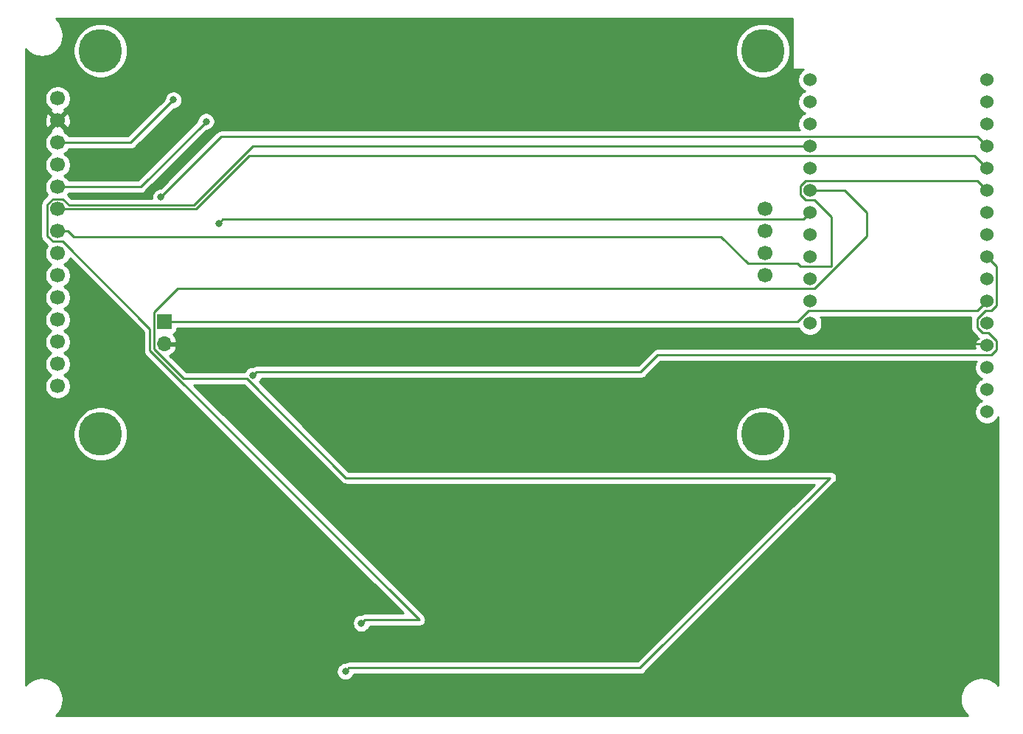
<source format=gbr>
G04 #@! TF.GenerationSoftware,KiCad,Pcbnew,(5.1.0)-1*
G04 #@! TF.CreationDate,2019-05-06T19:17:54+02:00*
G04 #@! TF.ProjectId,NesEMU,4e657345-4d55-42e6-9b69-6361645f7063,rev?*
G04 #@! TF.SameCoordinates,Original*
G04 #@! TF.FileFunction,Copper,L2,Bot*
G04 #@! TF.FilePolarity,Positive*
%FSLAX46Y46*%
G04 Gerber Fmt 4.6, Leading zero omitted, Abs format (unit mm)*
G04 Created by KiCad (PCBNEW (5.1.0)-1) date 2019-05-06 19:17:54*
%MOMM*%
%LPD*%
G04 APERTURE LIST*
%ADD10O,1.700000X1.700000*%
%ADD11R,1.700000X1.700000*%
%ADD12C,1.524000*%
%ADD13C,1.700000*%
%ADD14C,5.000000*%
%ADD15C,0.800000*%
%ADD16C,0.250000*%
%ADD17C,0.254000*%
G04 APERTURE END LIST*
D10*
X91516200Y-97663000D03*
D11*
X91516200Y-95123000D03*
D12*
X186031001Y-105459601D03*
X186031001Y-102919601D03*
X186031001Y-100379601D03*
X186031001Y-97839601D03*
X186031001Y-95299601D03*
X186031001Y-92759601D03*
X186031001Y-90219601D03*
X186031001Y-87679601D03*
X186031001Y-85139601D03*
X186031001Y-82599601D03*
X186031001Y-80059601D03*
X186031001Y-77519601D03*
X186031001Y-74979601D03*
X186031001Y-72439601D03*
X186031001Y-69899601D03*
X186031001Y-67359601D03*
X165711001Y-67359601D03*
X165711001Y-69899601D03*
X165711001Y-72439601D03*
X165711001Y-74979601D03*
X165711001Y-77519601D03*
X165711001Y-80059601D03*
X165711001Y-82599601D03*
X165711001Y-85139601D03*
X165711001Y-87679601D03*
X165711001Y-90219601D03*
X165711001Y-92759601D03*
X165711001Y-95299601D03*
D13*
X160571001Y-89819601D03*
X160571001Y-87279601D03*
X160571001Y-82199601D03*
X160571001Y-84739601D03*
X79291001Y-102519601D03*
X79291001Y-99979601D03*
X79291001Y-97439601D03*
X79291001Y-94899601D03*
X79291001Y-92359601D03*
X79291001Y-89819601D03*
X79291001Y-87279601D03*
X79291001Y-84739601D03*
X79291001Y-82199601D03*
X79291001Y-79659601D03*
X79291001Y-77119601D03*
X79291001Y-74579601D03*
X79291001Y-72039601D03*
X79291001Y-69499601D03*
D14*
X84211001Y-64009601D03*
X84211001Y-108009601D03*
X160291001Y-108009601D03*
X160291001Y-64009601D03*
D15*
X112331500Y-135255000D03*
X101727000Y-101282500D03*
X114173000Y-129730500D03*
X91122500Y-80835500D03*
X96329500Y-72136000D03*
X92583000Y-69659500D03*
X97790000Y-83820000D03*
D16*
X185854400Y-97663000D02*
X186031001Y-97839601D01*
X91516200Y-97663000D02*
X185854400Y-97663000D01*
X185269002Y-93521600D02*
X186031001Y-92759601D01*
X184944000Y-93846602D02*
X185269002Y-93521600D01*
X165555238Y-93846602D02*
X184944000Y-93846602D01*
X164278840Y-95123000D02*
X165555238Y-93846602D01*
X91516200Y-95123000D02*
X164278840Y-95123000D01*
X169658101Y-80059601D02*
X165711001Y-80059601D01*
X172212000Y-82613500D02*
X169658101Y-80059601D01*
X166232762Y-91306602D02*
X172212000Y-85327364D01*
X90341199Y-94012999D02*
X93047596Y-91306602D01*
X90341199Y-98227001D02*
X90341199Y-94012999D01*
X93744699Y-101630501D02*
X90341199Y-98227001D01*
X172212000Y-85327364D02*
X172212000Y-82613500D01*
X93047596Y-91306602D02*
X166232762Y-91306602D01*
X112331500Y-135255000D02*
X112731499Y-134855001D01*
X168021000Y-113030000D02*
X112401498Y-113030000D01*
X146195999Y-134855001D02*
X168021000Y-113030000D01*
X112401498Y-113030000D02*
X101001999Y-101630501D01*
X112731499Y-134855001D02*
X146195999Y-134855001D01*
X101001999Y-101630501D02*
X93744699Y-101630501D01*
X186793000Y-88441600D02*
X186031001Y-87679601D01*
X187118002Y-88766602D02*
X186793000Y-88441600D01*
X185875238Y-93846602D02*
X186552762Y-93846602D01*
X185509240Y-96386602D02*
X184944000Y-95821362D01*
X186552762Y-93846602D02*
X187118002Y-93281362D01*
X186186764Y-96386602D02*
X185509240Y-96386602D01*
X187118002Y-93281362D02*
X187118002Y-88766602D01*
X187118002Y-97317840D02*
X186186764Y-96386602D01*
X184944000Y-95821362D02*
X184944000Y-94777840D01*
X187118002Y-98361362D02*
X187118002Y-97317840D01*
X184944000Y-94777840D02*
X185875238Y-93846602D01*
X148215398Y-98926602D02*
X186552762Y-98926602D01*
X186552762Y-98926602D02*
X187118002Y-98361362D01*
X146259499Y-100882501D02*
X148215398Y-98926602D01*
X102126999Y-100882501D02*
X146259499Y-100882501D01*
X101727000Y-101282500D02*
X102126999Y-100882501D01*
X164633371Y-74979601D02*
X165711001Y-74979601D01*
X101739489Y-74979601D02*
X164633371Y-74979601D01*
X94969499Y-81749591D02*
X101739489Y-74979601D01*
X80579993Y-81749591D02*
X94969499Y-81749591D01*
X79855002Y-81024600D02*
X80579993Y-81749591D01*
X78727000Y-81024600D02*
X79855002Y-81024600D01*
X78116000Y-81635600D02*
X78727000Y-81024600D01*
X78116000Y-85303602D02*
X78116000Y-81635600D01*
X78727000Y-85914602D02*
X78116000Y-85303602D01*
X79855002Y-85914602D02*
X78727000Y-85914602D01*
X89891189Y-95950789D02*
X79855002Y-85914602D01*
X89891189Y-98413401D02*
X89891189Y-95950789D01*
X120808289Y-129330501D02*
X89891189Y-98413401D01*
X114572999Y-129330501D02*
X120808289Y-129330501D01*
X114173000Y-129730500D02*
X114572999Y-129330501D01*
X80493082Y-84739601D02*
X81097481Y-85344000D01*
X79291001Y-84739601D02*
X80493082Y-84739601D01*
X184944000Y-78972600D02*
X185269002Y-79297602D01*
X165189240Y-78972600D02*
X184944000Y-78972600D01*
X164624000Y-79537840D02*
X165189240Y-78972600D01*
X164624000Y-80581362D02*
X164624000Y-79537840D01*
X185269002Y-79297602D02*
X186031001Y-80059601D01*
X165189240Y-81146602D02*
X164624000Y-80581362D01*
X166232762Y-81146602D02*
X165189240Y-81146602D01*
X168136352Y-83050192D02*
X166232762Y-81146602D01*
X168136352Y-88766602D02*
X168136352Y-83050192D01*
X164587398Y-88766602D02*
X168136352Y-88766602D01*
X164275398Y-88454602D02*
X164587398Y-88766602D01*
X158558602Y-88454602D02*
X164275398Y-88454602D01*
X155448000Y-85344000D02*
X158558602Y-88454602D01*
X81097481Y-85344000D02*
X155448000Y-85344000D01*
X79291001Y-82199601D02*
X95155899Y-82199601D01*
X185269002Y-76757602D02*
X186031001Y-77519601D01*
X184578002Y-76066602D02*
X185269002Y-76757602D01*
X101288898Y-76066602D02*
X184578002Y-76066602D01*
X95155899Y-82199601D02*
X101288898Y-76066602D01*
X98065400Y-73892600D02*
X91122500Y-80835500D01*
X186031001Y-74979601D02*
X184944000Y-73892600D01*
X184944000Y-73892600D02*
X98065400Y-73892600D01*
X79291001Y-79659601D02*
X88805899Y-79659601D01*
X88805899Y-79659601D02*
X96329500Y-72136000D01*
X79291001Y-74579601D02*
X87662899Y-74579601D01*
X87662899Y-74579601D02*
X92583000Y-69659500D01*
X164949002Y-83361600D02*
X165711001Y-82599601D01*
X164936000Y-83374602D02*
X164949002Y-83361600D01*
X98235398Y-83374602D02*
X164936000Y-83374602D01*
X97790000Y-83820000D02*
X98235398Y-83374602D01*
D17*
G36*
X163703000Y-66040000D02*
G01*
X163705440Y-66064776D01*
X163712667Y-66088601D01*
X163724403Y-66110557D01*
X163740197Y-66129803D01*
X163759443Y-66145597D01*
X163781399Y-66157333D01*
X163805224Y-66164560D01*
X163830000Y-66167000D01*
X164981322Y-66167000D01*
X164820466Y-66274481D01*
X164625881Y-66469066D01*
X164472996Y-66697874D01*
X164367687Y-66952111D01*
X164314001Y-67222009D01*
X164314001Y-67497193D01*
X164367687Y-67767091D01*
X164472996Y-68021328D01*
X164625881Y-68250136D01*
X164820466Y-68444721D01*
X165049274Y-68597606D01*
X165126516Y-68629601D01*
X165049274Y-68661596D01*
X164820466Y-68814481D01*
X164625881Y-69009066D01*
X164472996Y-69237874D01*
X164367687Y-69492111D01*
X164314001Y-69762009D01*
X164314001Y-70037193D01*
X164367687Y-70307091D01*
X164472996Y-70561328D01*
X164625881Y-70790136D01*
X164820466Y-70984721D01*
X165049274Y-71137606D01*
X165126516Y-71169601D01*
X165049274Y-71201596D01*
X164820466Y-71354481D01*
X164625881Y-71549066D01*
X164472996Y-71777874D01*
X164367687Y-72032111D01*
X164314001Y-72302009D01*
X164314001Y-72577193D01*
X164367687Y-72847091D01*
X164472996Y-73101328D01*
X164493891Y-73132600D01*
X98102722Y-73132600D01*
X98065399Y-73128924D01*
X98028076Y-73132600D01*
X98028067Y-73132600D01*
X97916414Y-73143597D01*
X97773153Y-73187054D01*
X97641124Y-73257626D01*
X97525399Y-73352599D01*
X97501601Y-73381597D01*
X91082699Y-79800500D01*
X91020561Y-79800500D01*
X90820602Y-79840274D01*
X90632244Y-79918295D01*
X90462726Y-80031563D01*
X90318563Y-80175726D01*
X90205295Y-80345244D01*
X90127274Y-80533602D01*
X90087500Y-80733561D01*
X90087500Y-80937439D01*
X90097874Y-80989591D01*
X80894795Y-80989591D01*
X80471296Y-80566093D01*
X80569179Y-80419601D01*
X88768577Y-80419601D01*
X88805899Y-80423277D01*
X88843221Y-80419601D01*
X88843232Y-80419601D01*
X88954885Y-80408604D01*
X89098146Y-80365147D01*
X89230175Y-80294575D01*
X89345900Y-80199602D01*
X89369703Y-80170598D01*
X96369302Y-73171000D01*
X96431439Y-73171000D01*
X96631398Y-73131226D01*
X96819756Y-73053205D01*
X96989274Y-72939937D01*
X97133437Y-72795774D01*
X97246705Y-72626256D01*
X97324726Y-72437898D01*
X97364500Y-72237939D01*
X97364500Y-72034061D01*
X97324726Y-71834102D01*
X97246705Y-71645744D01*
X97133437Y-71476226D01*
X96989274Y-71332063D01*
X96819756Y-71218795D01*
X96631398Y-71140774D01*
X96431439Y-71101000D01*
X96227561Y-71101000D01*
X96027602Y-71140774D01*
X95839244Y-71218795D01*
X95669726Y-71332063D01*
X95525563Y-71476226D01*
X95412295Y-71645744D01*
X95334274Y-71834102D01*
X95294500Y-72034061D01*
X95294500Y-72096198D01*
X88491098Y-78899601D01*
X80569179Y-78899601D01*
X80444476Y-78712969D01*
X80237633Y-78506126D01*
X80063241Y-78389601D01*
X80237633Y-78273076D01*
X80444476Y-78066233D01*
X80606991Y-77823012D01*
X80718933Y-77552759D01*
X80776001Y-77265861D01*
X80776001Y-76973341D01*
X80718933Y-76686443D01*
X80606991Y-76416190D01*
X80444476Y-76172969D01*
X80237633Y-75966126D01*
X80063241Y-75849601D01*
X80237633Y-75733076D01*
X80444476Y-75526233D01*
X80569179Y-75339601D01*
X87625577Y-75339601D01*
X87662899Y-75343277D01*
X87700221Y-75339601D01*
X87700232Y-75339601D01*
X87811885Y-75328604D01*
X87955146Y-75285147D01*
X88087175Y-75214575D01*
X88202900Y-75119602D01*
X88226703Y-75090598D01*
X92622802Y-70694500D01*
X92684939Y-70694500D01*
X92884898Y-70654726D01*
X93073256Y-70576705D01*
X93242774Y-70463437D01*
X93386937Y-70319274D01*
X93500205Y-70149756D01*
X93578226Y-69961398D01*
X93618000Y-69761439D01*
X93618000Y-69557561D01*
X93578226Y-69357602D01*
X93500205Y-69169244D01*
X93386937Y-68999726D01*
X93242774Y-68855563D01*
X93073256Y-68742295D01*
X92884898Y-68664274D01*
X92684939Y-68624500D01*
X92481061Y-68624500D01*
X92281102Y-68664274D01*
X92092744Y-68742295D01*
X91923226Y-68855563D01*
X91779063Y-68999726D01*
X91665795Y-69169244D01*
X91587774Y-69357602D01*
X91548000Y-69557561D01*
X91548000Y-69619698D01*
X87348098Y-73819601D01*
X80569179Y-73819601D01*
X80444476Y-73632969D01*
X80237633Y-73426126D01*
X80064272Y-73310290D01*
X80139793Y-73067998D01*
X79291001Y-72219206D01*
X78442209Y-73067998D01*
X78517730Y-73310290D01*
X78344369Y-73426126D01*
X78137526Y-73632969D01*
X77975011Y-73876190D01*
X77863069Y-74146443D01*
X77806001Y-74433341D01*
X77806001Y-74725861D01*
X77863069Y-75012759D01*
X77975011Y-75283012D01*
X78137526Y-75526233D01*
X78344369Y-75733076D01*
X78518761Y-75849601D01*
X78344369Y-75966126D01*
X78137526Y-76172969D01*
X77975011Y-76416190D01*
X77863069Y-76686443D01*
X77806001Y-76973341D01*
X77806001Y-77265861D01*
X77863069Y-77552759D01*
X77975011Y-77823012D01*
X78137526Y-78066233D01*
X78344369Y-78273076D01*
X78518761Y-78389601D01*
X78344369Y-78506126D01*
X78137526Y-78712969D01*
X77975011Y-78956190D01*
X77863069Y-79226443D01*
X77806001Y-79513341D01*
X77806001Y-79805861D01*
X77863069Y-80092759D01*
X77975011Y-80363012D01*
X78110705Y-80566092D01*
X77604997Y-81071802D01*
X77576000Y-81095599D01*
X77552202Y-81124597D01*
X77552201Y-81124598D01*
X77481026Y-81211324D01*
X77410454Y-81343354D01*
X77404921Y-81361596D01*
X77378446Y-81448876D01*
X77366998Y-81486615D01*
X77352324Y-81635600D01*
X77356001Y-81672932D01*
X77356000Y-85266279D01*
X77352324Y-85303602D01*
X77356000Y-85340924D01*
X77356000Y-85340934D01*
X77366997Y-85452587D01*
X77395664Y-85547091D01*
X77410454Y-85595848D01*
X77481026Y-85727878D01*
X77500528Y-85751641D01*
X77575999Y-85843603D01*
X77605002Y-85867405D01*
X78110705Y-86373110D01*
X77975011Y-86576190D01*
X77863069Y-86846443D01*
X77806001Y-87133341D01*
X77806001Y-87425861D01*
X77863069Y-87712759D01*
X77975011Y-87983012D01*
X78137526Y-88226233D01*
X78344369Y-88433076D01*
X78518761Y-88549601D01*
X78344369Y-88666126D01*
X78137526Y-88872969D01*
X77975011Y-89116190D01*
X77863069Y-89386443D01*
X77806001Y-89673341D01*
X77806001Y-89965861D01*
X77863069Y-90252759D01*
X77975011Y-90523012D01*
X78137526Y-90766233D01*
X78344369Y-90973076D01*
X78518761Y-91089601D01*
X78344369Y-91206126D01*
X78137526Y-91412969D01*
X77975011Y-91656190D01*
X77863069Y-91926443D01*
X77806001Y-92213341D01*
X77806001Y-92505861D01*
X77863069Y-92792759D01*
X77975011Y-93063012D01*
X78137526Y-93306233D01*
X78344369Y-93513076D01*
X78518761Y-93629601D01*
X78344369Y-93746126D01*
X78137526Y-93952969D01*
X77975011Y-94196190D01*
X77863069Y-94466443D01*
X77806001Y-94753341D01*
X77806001Y-95045861D01*
X77863069Y-95332759D01*
X77975011Y-95603012D01*
X78137526Y-95846233D01*
X78344369Y-96053076D01*
X78518761Y-96169601D01*
X78344369Y-96286126D01*
X78137526Y-96492969D01*
X77975011Y-96736190D01*
X77863069Y-97006443D01*
X77806001Y-97293341D01*
X77806001Y-97585861D01*
X77863069Y-97872759D01*
X77975011Y-98143012D01*
X78137526Y-98386233D01*
X78344369Y-98593076D01*
X78518761Y-98709601D01*
X78344369Y-98826126D01*
X78137526Y-99032969D01*
X77975011Y-99276190D01*
X77863069Y-99546443D01*
X77806001Y-99833341D01*
X77806001Y-100125861D01*
X77863069Y-100412759D01*
X77975011Y-100683012D01*
X78137526Y-100926233D01*
X78344369Y-101133076D01*
X78518761Y-101249601D01*
X78344369Y-101366126D01*
X78137526Y-101572969D01*
X77975011Y-101816190D01*
X77863069Y-102086443D01*
X77806001Y-102373341D01*
X77806001Y-102665861D01*
X77863069Y-102952759D01*
X77975011Y-103223012D01*
X78137526Y-103466233D01*
X78344369Y-103673076D01*
X78587590Y-103835591D01*
X78857843Y-103947533D01*
X79144741Y-104004601D01*
X79437261Y-104004601D01*
X79724159Y-103947533D01*
X79994412Y-103835591D01*
X80237633Y-103673076D01*
X80444476Y-103466233D01*
X80606991Y-103223012D01*
X80718933Y-102952759D01*
X80776001Y-102665861D01*
X80776001Y-102373341D01*
X80718933Y-102086443D01*
X80606991Y-101816190D01*
X80444476Y-101572969D01*
X80237633Y-101366126D01*
X80063241Y-101249601D01*
X80237633Y-101133076D01*
X80444476Y-100926233D01*
X80606991Y-100683012D01*
X80718933Y-100412759D01*
X80776001Y-100125861D01*
X80776001Y-99833341D01*
X80718933Y-99546443D01*
X80606991Y-99276190D01*
X80444476Y-99032969D01*
X80237633Y-98826126D01*
X80063241Y-98709601D01*
X80237633Y-98593076D01*
X80444476Y-98386233D01*
X80606991Y-98143012D01*
X80718933Y-97872759D01*
X80776001Y-97585861D01*
X80776001Y-97293341D01*
X80718933Y-97006443D01*
X80606991Y-96736190D01*
X80444476Y-96492969D01*
X80237633Y-96286126D01*
X80063241Y-96169601D01*
X80237633Y-96053076D01*
X80444476Y-95846233D01*
X80606991Y-95603012D01*
X80718933Y-95332759D01*
X80776001Y-95045861D01*
X80776001Y-94753341D01*
X80718933Y-94466443D01*
X80606991Y-94196190D01*
X80444476Y-93952969D01*
X80237633Y-93746126D01*
X80063241Y-93629601D01*
X80237633Y-93513076D01*
X80444476Y-93306233D01*
X80606991Y-93063012D01*
X80718933Y-92792759D01*
X80776001Y-92505861D01*
X80776001Y-92213341D01*
X80718933Y-91926443D01*
X80606991Y-91656190D01*
X80444476Y-91412969D01*
X80237633Y-91206126D01*
X80063241Y-91089601D01*
X80237633Y-90973076D01*
X80444476Y-90766233D01*
X80606991Y-90523012D01*
X80718933Y-90252759D01*
X80776001Y-89965861D01*
X80776001Y-89673341D01*
X80718933Y-89386443D01*
X80606991Y-89116190D01*
X80444476Y-88872969D01*
X80237633Y-88666126D01*
X80063241Y-88549601D01*
X80237633Y-88433076D01*
X80444476Y-88226233D01*
X80606991Y-87983012D01*
X80677760Y-87812161D01*
X89131190Y-96265592D01*
X89131189Y-98376078D01*
X89127513Y-98413401D01*
X89131189Y-98450723D01*
X89131189Y-98450733D01*
X89142186Y-98562386D01*
X89169858Y-98653609D01*
X89185643Y-98705647D01*
X89256215Y-98837677D01*
X89284683Y-98872365D01*
X89351188Y-98953402D01*
X89380192Y-98977205D01*
X118973487Y-128570501D01*
X114610321Y-128570501D01*
X114572998Y-128566825D01*
X114535676Y-128570501D01*
X114535666Y-128570501D01*
X114424013Y-128581498D01*
X114280752Y-128624955D01*
X114148774Y-128695500D01*
X114071061Y-128695500D01*
X113871102Y-128735274D01*
X113682744Y-128813295D01*
X113513226Y-128926563D01*
X113369063Y-129070726D01*
X113255795Y-129240244D01*
X113177774Y-129428602D01*
X113138000Y-129628561D01*
X113138000Y-129832439D01*
X113177774Y-130032398D01*
X113255795Y-130220756D01*
X113369063Y-130390274D01*
X113513226Y-130534437D01*
X113682744Y-130647705D01*
X113871102Y-130725726D01*
X114071061Y-130765500D01*
X114274939Y-130765500D01*
X114474898Y-130725726D01*
X114663256Y-130647705D01*
X114832774Y-130534437D01*
X114976937Y-130390274D01*
X115090205Y-130220756D01*
X115144159Y-130090501D01*
X120770965Y-130090501D01*
X120808288Y-130094177D01*
X120845611Y-130090501D01*
X120845622Y-130090501D01*
X120957275Y-130079504D01*
X121100536Y-130036047D01*
X121232565Y-129965475D01*
X121348290Y-129870502D01*
X121443263Y-129754777D01*
X121513835Y-129622748D01*
X121557292Y-129479487D01*
X121571966Y-129330501D01*
X121557292Y-129181515D01*
X121513835Y-129038254D01*
X121454134Y-128926563D01*
X121443263Y-128906224D01*
X121372088Y-128819498D01*
X121348290Y-128790500D01*
X121319292Y-128766702D01*
X94943090Y-102390501D01*
X100687198Y-102390501D01*
X111837699Y-113541003D01*
X111861497Y-113570001D01*
X111890495Y-113593799D01*
X111977221Y-113664974D01*
X112109251Y-113735546D01*
X112252512Y-113779003D01*
X112364165Y-113790000D01*
X112364174Y-113790000D01*
X112401497Y-113793676D01*
X112438820Y-113790000D01*
X166186197Y-113790000D01*
X145881198Y-134095001D01*
X112768821Y-134095001D01*
X112731498Y-134091325D01*
X112694176Y-134095001D01*
X112694166Y-134095001D01*
X112582513Y-134105998D01*
X112439252Y-134149455D01*
X112307274Y-134220000D01*
X112229561Y-134220000D01*
X112029602Y-134259774D01*
X111841244Y-134337795D01*
X111671726Y-134451063D01*
X111527563Y-134595226D01*
X111414295Y-134764744D01*
X111336274Y-134953102D01*
X111296500Y-135153061D01*
X111296500Y-135356939D01*
X111336274Y-135556898D01*
X111414295Y-135745256D01*
X111527563Y-135914774D01*
X111671726Y-136058937D01*
X111841244Y-136172205D01*
X112029602Y-136250226D01*
X112229561Y-136290000D01*
X112433439Y-136290000D01*
X112633398Y-136250226D01*
X112821756Y-136172205D01*
X112991274Y-136058937D01*
X113135437Y-135914774D01*
X113248705Y-135745256D01*
X113302659Y-135615001D01*
X146158677Y-135615001D01*
X146195999Y-135618677D01*
X146233321Y-135615001D01*
X146233332Y-135615001D01*
X146344985Y-135604004D01*
X146488246Y-135560547D01*
X146620275Y-135489975D01*
X146736000Y-135395002D01*
X146759803Y-135365998D01*
X168532008Y-113593795D01*
X168561001Y-113570001D01*
X168584795Y-113541008D01*
X168584799Y-113541004D01*
X168655973Y-113454277D01*
X168655974Y-113454276D01*
X168726546Y-113322247D01*
X168770003Y-113178986D01*
X168784677Y-113030000D01*
X168770003Y-112881014D01*
X168726546Y-112737753D01*
X168655974Y-112605724D01*
X168561001Y-112489999D01*
X168445276Y-112395026D01*
X168313247Y-112324454D01*
X168169986Y-112280997D01*
X168058333Y-112270000D01*
X168058322Y-112270000D01*
X168020999Y-112266324D01*
X167983676Y-112270000D01*
X112716300Y-112270000D01*
X108147130Y-107700830D01*
X157156001Y-107700830D01*
X157156001Y-108318372D01*
X157276477Y-108924047D01*
X157512800Y-109494580D01*
X157855887Y-110008047D01*
X158292555Y-110444715D01*
X158806022Y-110787802D01*
X159376555Y-111024125D01*
X159982230Y-111144601D01*
X160599772Y-111144601D01*
X161205447Y-111024125D01*
X161775980Y-110787802D01*
X162289447Y-110444715D01*
X162726115Y-110008047D01*
X163069202Y-109494580D01*
X163305525Y-108924047D01*
X163426001Y-108318372D01*
X163426001Y-107700830D01*
X163305525Y-107095155D01*
X163069202Y-106524622D01*
X162726115Y-106011155D01*
X162289447Y-105574487D01*
X161775980Y-105231400D01*
X161205447Y-104995077D01*
X160599772Y-104874601D01*
X159982230Y-104874601D01*
X159376555Y-104995077D01*
X158806022Y-105231400D01*
X158292555Y-105574487D01*
X157855887Y-106011155D01*
X157512800Y-106524622D01*
X157276477Y-107095155D01*
X157156001Y-107700830D01*
X108147130Y-107700830D01*
X102459755Y-102013456D01*
X102530937Y-101942274D01*
X102644205Y-101772756D01*
X102698159Y-101642501D01*
X146222177Y-101642501D01*
X146259499Y-101646177D01*
X146296821Y-101642501D01*
X146296832Y-101642501D01*
X146408485Y-101631504D01*
X146551746Y-101588047D01*
X146683775Y-101517475D01*
X146799500Y-101422502D01*
X146823303Y-101393498D01*
X148530200Y-99686602D01*
X184813891Y-99686602D01*
X184792996Y-99717874D01*
X184687687Y-99972111D01*
X184634001Y-100242009D01*
X184634001Y-100517193D01*
X184687687Y-100787091D01*
X184792996Y-101041328D01*
X184945881Y-101270136D01*
X185140466Y-101464721D01*
X185369274Y-101617606D01*
X185446516Y-101649601D01*
X185369274Y-101681596D01*
X185140466Y-101834481D01*
X184945881Y-102029066D01*
X184792996Y-102257874D01*
X184687687Y-102512111D01*
X184634001Y-102782009D01*
X184634001Y-103057193D01*
X184687687Y-103327091D01*
X184792996Y-103581328D01*
X184945881Y-103810136D01*
X185140466Y-104004721D01*
X185369274Y-104157606D01*
X185446516Y-104189601D01*
X185369274Y-104221596D01*
X185140466Y-104374481D01*
X184945881Y-104569066D01*
X184792996Y-104797874D01*
X184687687Y-105052111D01*
X184634001Y-105322009D01*
X184634001Y-105597193D01*
X184687687Y-105867091D01*
X184792996Y-106121328D01*
X184945881Y-106350136D01*
X185140466Y-106544721D01*
X185369274Y-106697606D01*
X185623511Y-106802915D01*
X185893409Y-106856601D01*
X186168593Y-106856601D01*
X186438491Y-106802915D01*
X186692728Y-106697606D01*
X186921536Y-106544721D01*
X187116121Y-106350136D01*
X187269006Y-106121328D01*
X187300000Y-106046501D01*
X187300000Y-136836719D01*
X187127533Y-136636914D01*
X186746734Y-136339401D01*
X186315401Y-136121519D01*
X185849962Y-135991566D01*
X185368146Y-135954492D01*
X184888304Y-136011710D01*
X184428715Y-136161039D01*
X184006884Y-136396793D01*
X183638878Y-136709990D01*
X183338714Y-137088703D01*
X183117826Y-137518505D01*
X182984627Y-137983025D01*
X182944190Y-138464571D01*
X182998057Y-138944800D01*
X183144174Y-139405420D01*
X183376977Y-139828887D01*
X183687598Y-140199071D01*
X183825566Y-140310000D01*
X79063396Y-140310000D01*
X79226933Y-140174710D01*
X79532355Y-139800226D01*
X79759223Y-139373550D01*
X79898895Y-138910934D01*
X79946051Y-138430000D01*
X79945086Y-138360865D01*
X79884520Y-137881435D01*
X79731985Y-137422899D01*
X79493292Y-137002724D01*
X79177533Y-136636914D01*
X78796734Y-136339401D01*
X78365401Y-136121519D01*
X77899962Y-135991566D01*
X77418146Y-135954492D01*
X76938304Y-136011710D01*
X76478715Y-136161039D01*
X76056884Y-136396793D01*
X75688878Y-136709990D01*
X75590000Y-136834743D01*
X75590000Y-107700830D01*
X81076001Y-107700830D01*
X81076001Y-108318372D01*
X81196477Y-108924047D01*
X81432800Y-109494580D01*
X81775887Y-110008047D01*
X82212555Y-110444715D01*
X82726022Y-110787802D01*
X83296555Y-111024125D01*
X83902230Y-111144601D01*
X84519772Y-111144601D01*
X85125447Y-111024125D01*
X85695980Y-110787802D01*
X86209447Y-110444715D01*
X86646115Y-110008047D01*
X86989202Y-109494580D01*
X87225525Y-108924047D01*
X87346001Y-108318372D01*
X87346001Y-107700830D01*
X87225525Y-107095155D01*
X86989202Y-106524622D01*
X86646115Y-106011155D01*
X86209447Y-105574487D01*
X85695980Y-105231400D01*
X85125447Y-104995077D01*
X84519772Y-104874601D01*
X83902230Y-104874601D01*
X83296555Y-104995077D01*
X82726022Y-105231400D01*
X82212555Y-105574487D01*
X81775887Y-106011155D01*
X81432800Y-106524622D01*
X81196477Y-107095155D01*
X81076001Y-107700830D01*
X75590000Y-107700830D01*
X75590000Y-72108132D01*
X77800390Y-72108132D01*
X77842402Y-72397620D01*
X77940082Y-72673348D01*
X78013529Y-72810758D01*
X78262604Y-72888393D01*
X79111396Y-72039601D01*
X79470606Y-72039601D01*
X80319398Y-72888393D01*
X80568473Y-72810758D01*
X80694372Y-72546718D01*
X80766340Y-72263190D01*
X80781612Y-71971070D01*
X80739600Y-71681582D01*
X80641920Y-71405854D01*
X80568473Y-71268444D01*
X80319398Y-71190809D01*
X79470606Y-72039601D01*
X79111396Y-72039601D01*
X78262604Y-71190809D01*
X78013529Y-71268444D01*
X77887630Y-71532484D01*
X77815662Y-71816012D01*
X77800390Y-72108132D01*
X75590000Y-72108132D01*
X75590000Y-69353341D01*
X77806001Y-69353341D01*
X77806001Y-69645861D01*
X77863069Y-69932759D01*
X77975011Y-70203012D01*
X78137526Y-70446233D01*
X78344369Y-70653076D01*
X78517730Y-70768912D01*
X78442209Y-71011204D01*
X79291001Y-71859996D01*
X80139793Y-71011204D01*
X80064272Y-70768912D01*
X80237633Y-70653076D01*
X80444476Y-70446233D01*
X80606991Y-70203012D01*
X80718933Y-69932759D01*
X80776001Y-69645861D01*
X80776001Y-69353341D01*
X80718933Y-69066443D01*
X80606991Y-68796190D01*
X80444476Y-68552969D01*
X80237633Y-68346126D01*
X79994412Y-68183611D01*
X79724159Y-68071669D01*
X79437261Y-68014601D01*
X79144741Y-68014601D01*
X78857843Y-68071669D01*
X78587590Y-68183611D01*
X78344369Y-68346126D01*
X78137526Y-68552969D01*
X77975011Y-68796190D01*
X77863069Y-69066443D01*
X77806001Y-69353341D01*
X75590000Y-69353341D01*
X75590000Y-63823170D01*
X75737598Y-63999071D01*
X76114206Y-64301871D01*
X76542455Y-64525755D01*
X77006034Y-64662193D01*
X77487286Y-64705991D01*
X77967879Y-64655478D01*
X78429508Y-64512580D01*
X78854590Y-64282739D01*
X79226933Y-63974710D01*
X79450304Y-63700830D01*
X81076001Y-63700830D01*
X81076001Y-64318372D01*
X81196477Y-64924047D01*
X81432800Y-65494580D01*
X81775887Y-66008047D01*
X82212555Y-66444715D01*
X82726022Y-66787802D01*
X83296555Y-67024125D01*
X83902230Y-67144601D01*
X84519772Y-67144601D01*
X85125447Y-67024125D01*
X85695980Y-66787802D01*
X86209447Y-66444715D01*
X86646115Y-66008047D01*
X86989202Y-65494580D01*
X87225525Y-64924047D01*
X87346001Y-64318372D01*
X87346001Y-63700830D01*
X157156001Y-63700830D01*
X157156001Y-64318372D01*
X157276477Y-64924047D01*
X157512800Y-65494580D01*
X157855887Y-66008047D01*
X158292555Y-66444715D01*
X158806022Y-66787802D01*
X159376555Y-67024125D01*
X159982230Y-67144601D01*
X160599772Y-67144601D01*
X161205447Y-67024125D01*
X161775980Y-66787802D01*
X162289447Y-66444715D01*
X162726115Y-66008047D01*
X163069202Y-65494580D01*
X163305525Y-64924047D01*
X163426001Y-64318372D01*
X163426001Y-63700830D01*
X163305525Y-63095155D01*
X163069202Y-62524622D01*
X162726115Y-62011155D01*
X162289447Y-61574487D01*
X161775980Y-61231400D01*
X161205447Y-60995077D01*
X160599772Y-60874601D01*
X159982230Y-60874601D01*
X159376555Y-60995077D01*
X158806022Y-61231400D01*
X158292555Y-61574487D01*
X157855887Y-62011155D01*
X157512800Y-62524622D01*
X157276477Y-63095155D01*
X157156001Y-63700830D01*
X87346001Y-63700830D01*
X87225525Y-63095155D01*
X86989202Y-62524622D01*
X86646115Y-62011155D01*
X86209447Y-61574487D01*
X85695980Y-61231400D01*
X85125447Y-60995077D01*
X84519772Y-60874601D01*
X83902230Y-60874601D01*
X83296555Y-60995077D01*
X82726022Y-61231400D01*
X82212555Y-61574487D01*
X81775887Y-62011155D01*
X81432800Y-62524622D01*
X81196477Y-63095155D01*
X81076001Y-63700830D01*
X79450304Y-63700830D01*
X79532355Y-63600226D01*
X79759223Y-63173550D01*
X79898895Y-62710934D01*
X79946051Y-62230000D01*
X79945086Y-62160865D01*
X79884520Y-61681435D01*
X79731985Y-61222899D01*
X79493292Y-60802724D01*
X79177533Y-60436914D01*
X79066288Y-60350000D01*
X163703000Y-60350000D01*
X163703000Y-66040000D01*
X163703000Y-66040000D01*
G37*
X163703000Y-66040000D02*
X163705440Y-66064776D01*
X163712667Y-66088601D01*
X163724403Y-66110557D01*
X163740197Y-66129803D01*
X163759443Y-66145597D01*
X163781399Y-66157333D01*
X163805224Y-66164560D01*
X163830000Y-66167000D01*
X164981322Y-66167000D01*
X164820466Y-66274481D01*
X164625881Y-66469066D01*
X164472996Y-66697874D01*
X164367687Y-66952111D01*
X164314001Y-67222009D01*
X164314001Y-67497193D01*
X164367687Y-67767091D01*
X164472996Y-68021328D01*
X164625881Y-68250136D01*
X164820466Y-68444721D01*
X165049274Y-68597606D01*
X165126516Y-68629601D01*
X165049274Y-68661596D01*
X164820466Y-68814481D01*
X164625881Y-69009066D01*
X164472996Y-69237874D01*
X164367687Y-69492111D01*
X164314001Y-69762009D01*
X164314001Y-70037193D01*
X164367687Y-70307091D01*
X164472996Y-70561328D01*
X164625881Y-70790136D01*
X164820466Y-70984721D01*
X165049274Y-71137606D01*
X165126516Y-71169601D01*
X165049274Y-71201596D01*
X164820466Y-71354481D01*
X164625881Y-71549066D01*
X164472996Y-71777874D01*
X164367687Y-72032111D01*
X164314001Y-72302009D01*
X164314001Y-72577193D01*
X164367687Y-72847091D01*
X164472996Y-73101328D01*
X164493891Y-73132600D01*
X98102722Y-73132600D01*
X98065399Y-73128924D01*
X98028076Y-73132600D01*
X98028067Y-73132600D01*
X97916414Y-73143597D01*
X97773153Y-73187054D01*
X97641124Y-73257626D01*
X97525399Y-73352599D01*
X97501601Y-73381597D01*
X91082699Y-79800500D01*
X91020561Y-79800500D01*
X90820602Y-79840274D01*
X90632244Y-79918295D01*
X90462726Y-80031563D01*
X90318563Y-80175726D01*
X90205295Y-80345244D01*
X90127274Y-80533602D01*
X90087500Y-80733561D01*
X90087500Y-80937439D01*
X90097874Y-80989591D01*
X80894795Y-80989591D01*
X80471296Y-80566093D01*
X80569179Y-80419601D01*
X88768577Y-80419601D01*
X88805899Y-80423277D01*
X88843221Y-80419601D01*
X88843232Y-80419601D01*
X88954885Y-80408604D01*
X89098146Y-80365147D01*
X89230175Y-80294575D01*
X89345900Y-80199602D01*
X89369703Y-80170598D01*
X96369302Y-73171000D01*
X96431439Y-73171000D01*
X96631398Y-73131226D01*
X96819756Y-73053205D01*
X96989274Y-72939937D01*
X97133437Y-72795774D01*
X97246705Y-72626256D01*
X97324726Y-72437898D01*
X97364500Y-72237939D01*
X97364500Y-72034061D01*
X97324726Y-71834102D01*
X97246705Y-71645744D01*
X97133437Y-71476226D01*
X96989274Y-71332063D01*
X96819756Y-71218795D01*
X96631398Y-71140774D01*
X96431439Y-71101000D01*
X96227561Y-71101000D01*
X96027602Y-71140774D01*
X95839244Y-71218795D01*
X95669726Y-71332063D01*
X95525563Y-71476226D01*
X95412295Y-71645744D01*
X95334274Y-71834102D01*
X95294500Y-72034061D01*
X95294500Y-72096198D01*
X88491098Y-78899601D01*
X80569179Y-78899601D01*
X80444476Y-78712969D01*
X80237633Y-78506126D01*
X80063241Y-78389601D01*
X80237633Y-78273076D01*
X80444476Y-78066233D01*
X80606991Y-77823012D01*
X80718933Y-77552759D01*
X80776001Y-77265861D01*
X80776001Y-76973341D01*
X80718933Y-76686443D01*
X80606991Y-76416190D01*
X80444476Y-76172969D01*
X80237633Y-75966126D01*
X80063241Y-75849601D01*
X80237633Y-75733076D01*
X80444476Y-75526233D01*
X80569179Y-75339601D01*
X87625577Y-75339601D01*
X87662899Y-75343277D01*
X87700221Y-75339601D01*
X87700232Y-75339601D01*
X87811885Y-75328604D01*
X87955146Y-75285147D01*
X88087175Y-75214575D01*
X88202900Y-75119602D01*
X88226703Y-75090598D01*
X92622802Y-70694500D01*
X92684939Y-70694500D01*
X92884898Y-70654726D01*
X93073256Y-70576705D01*
X93242774Y-70463437D01*
X93386937Y-70319274D01*
X93500205Y-70149756D01*
X93578226Y-69961398D01*
X93618000Y-69761439D01*
X93618000Y-69557561D01*
X93578226Y-69357602D01*
X93500205Y-69169244D01*
X93386937Y-68999726D01*
X93242774Y-68855563D01*
X93073256Y-68742295D01*
X92884898Y-68664274D01*
X92684939Y-68624500D01*
X92481061Y-68624500D01*
X92281102Y-68664274D01*
X92092744Y-68742295D01*
X91923226Y-68855563D01*
X91779063Y-68999726D01*
X91665795Y-69169244D01*
X91587774Y-69357602D01*
X91548000Y-69557561D01*
X91548000Y-69619698D01*
X87348098Y-73819601D01*
X80569179Y-73819601D01*
X80444476Y-73632969D01*
X80237633Y-73426126D01*
X80064272Y-73310290D01*
X80139793Y-73067998D01*
X79291001Y-72219206D01*
X78442209Y-73067998D01*
X78517730Y-73310290D01*
X78344369Y-73426126D01*
X78137526Y-73632969D01*
X77975011Y-73876190D01*
X77863069Y-74146443D01*
X77806001Y-74433341D01*
X77806001Y-74725861D01*
X77863069Y-75012759D01*
X77975011Y-75283012D01*
X78137526Y-75526233D01*
X78344369Y-75733076D01*
X78518761Y-75849601D01*
X78344369Y-75966126D01*
X78137526Y-76172969D01*
X77975011Y-76416190D01*
X77863069Y-76686443D01*
X77806001Y-76973341D01*
X77806001Y-77265861D01*
X77863069Y-77552759D01*
X77975011Y-77823012D01*
X78137526Y-78066233D01*
X78344369Y-78273076D01*
X78518761Y-78389601D01*
X78344369Y-78506126D01*
X78137526Y-78712969D01*
X77975011Y-78956190D01*
X77863069Y-79226443D01*
X77806001Y-79513341D01*
X77806001Y-79805861D01*
X77863069Y-80092759D01*
X77975011Y-80363012D01*
X78110705Y-80566092D01*
X77604997Y-81071802D01*
X77576000Y-81095599D01*
X77552202Y-81124597D01*
X77552201Y-81124598D01*
X77481026Y-81211324D01*
X77410454Y-81343354D01*
X77404921Y-81361596D01*
X77378446Y-81448876D01*
X77366998Y-81486615D01*
X77352324Y-81635600D01*
X77356001Y-81672932D01*
X77356000Y-85266279D01*
X77352324Y-85303602D01*
X77356000Y-85340924D01*
X77356000Y-85340934D01*
X77366997Y-85452587D01*
X77395664Y-85547091D01*
X77410454Y-85595848D01*
X77481026Y-85727878D01*
X77500528Y-85751641D01*
X77575999Y-85843603D01*
X77605002Y-85867405D01*
X78110705Y-86373110D01*
X77975011Y-86576190D01*
X77863069Y-86846443D01*
X77806001Y-87133341D01*
X77806001Y-87425861D01*
X77863069Y-87712759D01*
X77975011Y-87983012D01*
X78137526Y-88226233D01*
X78344369Y-88433076D01*
X78518761Y-88549601D01*
X78344369Y-88666126D01*
X78137526Y-88872969D01*
X77975011Y-89116190D01*
X77863069Y-89386443D01*
X77806001Y-89673341D01*
X77806001Y-89965861D01*
X77863069Y-90252759D01*
X77975011Y-90523012D01*
X78137526Y-90766233D01*
X78344369Y-90973076D01*
X78518761Y-91089601D01*
X78344369Y-91206126D01*
X78137526Y-91412969D01*
X77975011Y-91656190D01*
X77863069Y-91926443D01*
X77806001Y-92213341D01*
X77806001Y-92505861D01*
X77863069Y-92792759D01*
X77975011Y-93063012D01*
X78137526Y-93306233D01*
X78344369Y-93513076D01*
X78518761Y-93629601D01*
X78344369Y-93746126D01*
X78137526Y-93952969D01*
X77975011Y-94196190D01*
X77863069Y-94466443D01*
X77806001Y-94753341D01*
X77806001Y-95045861D01*
X77863069Y-95332759D01*
X77975011Y-95603012D01*
X78137526Y-95846233D01*
X78344369Y-96053076D01*
X78518761Y-96169601D01*
X78344369Y-96286126D01*
X78137526Y-96492969D01*
X77975011Y-96736190D01*
X77863069Y-97006443D01*
X77806001Y-97293341D01*
X77806001Y-97585861D01*
X77863069Y-97872759D01*
X77975011Y-98143012D01*
X78137526Y-98386233D01*
X78344369Y-98593076D01*
X78518761Y-98709601D01*
X78344369Y-98826126D01*
X78137526Y-99032969D01*
X77975011Y-99276190D01*
X77863069Y-99546443D01*
X77806001Y-99833341D01*
X77806001Y-100125861D01*
X77863069Y-100412759D01*
X77975011Y-100683012D01*
X78137526Y-100926233D01*
X78344369Y-101133076D01*
X78518761Y-101249601D01*
X78344369Y-101366126D01*
X78137526Y-101572969D01*
X77975011Y-101816190D01*
X77863069Y-102086443D01*
X77806001Y-102373341D01*
X77806001Y-102665861D01*
X77863069Y-102952759D01*
X77975011Y-103223012D01*
X78137526Y-103466233D01*
X78344369Y-103673076D01*
X78587590Y-103835591D01*
X78857843Y-103947533D01*
X79144741Y-104004601D01*
X79437261Y-104004601D01*
X79724159Y-103947533D01*
X79994412Y-103835591D01*
X80237633Y-103673076D01*
X80444476Y-103466233D01*
X80606991Y-103223012D01*
X80718933Y-102952759D01*
X80776001Y-102665861D01*
X80776001Y-102373341D01*
X80718933Y-102086443D01*
X80606991Y-101816190D01*
X80444476Y-101572969D01*
X80237633Y-101366126D01*
X80063241Y-101249601D01*
X80237633Y-101133076D01*
X80444476Y-100926233D01*
X80606991Y-100683012D01*
X80718933Y-100412759D01*
X80776001Y-100125861D01*
X80776001Y-99833341D01*
X80718933Y-99546443D01*
X80606991Y-99276190D01*
X80444476Y-99032969D01*
X80237633Y-98826126D01*
X80063241Y-98709601D01*
X80237633Y-98593076D01*
X80444476Y-98386233D01*
X80606991Y-98143012D01*
X80718933Y-97872759D01*
X80776001Y-97585861D01*
X80776001Y-97293341D01*
X80718933Y-97006443D01*
X80606991Y-96736190D01*
X80444476Y-96492969D01*
X80237633Y-96286126D01*
X80063241Y-96169601D01*
X80237633Y-96053076D01*
X80444476Y-95846233D01*
X80606991Y-95603012D01*
X80718933Y-95332759D01*
X80776001Y-95045861D01*
X80776001Y-94753341D01*
X80718933Y-94466443D01*
X80606991Y-94196190D01*
X80444476Y-93952969D01*
X80237633Y-93746126D01*
X80063241Y-93629601D01*
X80237633Y-93513076D01*
X80444476Y-93306233D01*
X80606991Y-93063012D01*
X80718933Y-92792759D01*
X80776001Y-92505861D01*
X80776001Y-92213341D01*
X80718933Y-91926443D01*
X80606991Y-91656190D01*
X80444476Y-91412969D01*
X80237633Y-91206126D01*
X80063241Y-91089601D01*
X80237633Y-90973076D01*
X80444476Y-90766233D01*
X80606991Y-90523012D01*
X80718933Y-90252759D01*
X80776001Y-89965861D01*
X80776001Y-89673341D01*
X80718933Y-89386443D01*
X80606991Y-89116190D01*
X80444476Y-88872969D01*
X80237633Y-88666126D01*
X80063241Y-88549601D01*
X80237633Y-88433076D01*
X80444476Y-88226233D01*
X80606991Y-87983012D01*
X80677760Y-87812161D01*
X89131190Y-96265592D01*
X89131189Y-98376078D01*
X89127513Y-98413401D01*
X89131189Y-98450723D01*
X89131189Y-98450733D01*
X89142186Y-98562386D01*
X89169858Y-98653609D01*
X89185643Y-98705647D01*
X89256215Y-98837677D01*
X89284683Y-98872365D01*
X89351188Y-98953402D01*
X89380192Y-98977205D01*
X118973487Y-128570501D01*
X114610321Y-128570501D01*
X114572998Y-128566825D01*
X114535676Y-128570501D01*
X114535666Y-128570501D01*
X114424013Y-128581498D01*
X114280752Y-128624955D01*
X114148774Y-128695500D01*
X114071061Y-128695500D01*
X113871102Y-128735274D01*
X113682744Y-128813295D01*
X113513226Y-128926563D01*
X113369063Y-129070726D01*
X113255795Y-129240244D01*
X113177774Y-129428602D01*
X113138000Y-129628561D01*
X113138000Y-129832439D01*
X113177774Y-130032398D01*
X113255795Y-130220756D01*
X113369063Y-130390274D01*
X113513226Y-130534437D01*
X113682744Y-130647705D01*
X113871102Y-130725726D01*
X114071061Y-130765500D01*
X114274939Y-130765500D01*
X114474898Y-130725726D01*
X114663256Y-130647705D01*
X114832774Y-130534437D01*
X114976937Y-130390274D01*
X115090205Y-130220756D01*
X115144159Y-130090501D01*
X120770965Y-130090501D01*
X120808288Y-130094177D01*
X120845611Y-130090501D01*
X120845622Y-130090501D01*
X120957275Y-130079504D01*
X121100536Y-130036047D01*
X121232565Y-129965475D01*
X121348290Y-129870502D01*
X121443263Y-129754777D01*
X121513835Y-129622748D01*
X121557292Y-129479487D01*
X121571966Y-129330501D01*
X121557292Y-129181515D01*
X121513835Y-129038254D01*
X121454134Y-128926563D01*
X121443263Y-128906224D01*
X121372088Y-128819498D01*
X121348290Y-128790500D01*
X121319292Y-128766702D01*
X94943090Y-102390501D01*
X100687198Y-102390501D01*
X111837699Y-113541003D01*
X111861497Y-113570001D01*
X111890495Y-113593799D01*
X111977221Y-113664974D01*
X112109251Y-113735546D01*
X112252512Y-113779003D01*
X112364165Y-113790000D01*
X112364174Y-113790000D01*
X112401497Y-113793676D01*
X112438820Y-113790000D01*
X166186197Y-113790000D01*
X145881198Y-134095001D01*
X112768821Y-134095001D01*
X112731498Y-134091325D01*
X112694176Y-134095001D01*
X112694166Y-134095001D01*
X112582513Y-134105998D01*
X112439252Y-134149455D01*
X112307274Y-134220000D01*
X112229561Y-134220000D01*
X112029602Y-134259774D01*
X111841244Y-134337795D01*
X111671726Y-134451063D01*
X111527563Y-134595226D01*
X111414295Y-134764744D01*
X111336274Y-134953102D01*
X111296500Y-135153061D01*
X111296500Y-135356939D01*
X111336274Y-135556898D01*
X111414295Y-135745256D01*
X111527563Y-135914774D01*
X111671726Y-136058937D01*
X111841244Y-136172205D01*
X112029602Y-136250226D01*
X112229561Y-136290000D01*
X112433439Y-136290000D01*
X112633398Y-136250226D01*
X112821756Y-136172205D01*
X112991274Y-136058937D01*
X113135437Y-135914774D01*
X113248705Y-135745256D01*
X113302659Y-135615001D01*
X146158677Y-135615001D01*
X146195999Y-135618677D01*
X146233321Y-135615001D01*
X146233332Y-135615001D01*
X146344985Y-135604004D01*
X146488246Y-135560547D01*
X146620275Y-135489975D01*
X146736000Y-135395002D01*
X146759803Y-135365998D01*
X168532008Y-113593795D01*
X168561001Y-113570001D01*
X168584795Y-113541008D01*
X168584799Y-113541004D01*
X168655973Y-113454277D01*
X168655974Y-113454276D01*
X168726546Y-113322247D01*
X168770003Y-113178986D01*
X168784677Y-113030000D01*
X168770003Y-112881014D01*
X168726546Y-112737753D01*
X168655974Y-112605724D01*
X168561001Y-112489999D01*
X168445276Y-112395026D01*
X168313247Y-112324454D01*
X168169986Y-112280997D01*
X168058333Y-112270000D01*
X168058322Y-112270000D01*
X168020999Y-112266324D01*
X167983676Y-112270000D01*
X112716300Y-112270000D01*
X108147130Y-107700830D01*
X157156001Y-107700830D01*
X157156001Y-108318372D01*
X157276477Y-108924047D01*
X157512800Y-109494580D01*
X157855887Y-110008047D01*
X158292555Y-110444715D01*
X158806022Y-110787802D01*
X159376555Y-111024125D01*
X159982230Y-111144601D01*
X160599772Y-111144601D01*
X161205447Y-111024125D01*
X161775980Y-110787802D01*
X162289447Y-110444715D01*
X162726115Y-110008047D01*
X163069202Y-109494580D01*
X163305525Y-108924047D01*
X163426001Y-108318372D01*
X163426001Y-107700830D01*
X163305525Y-107095155D01*
X163069202Y-106524622D01*
X162726115Y-106011155D01*
X162289447Y-105574487D01*
X161775980Y-105231400D01*
X161205447Y-104995077D01*
X160599772Y-104874601D01*
X159982230Y-104874601D01*
X159376555Y-104995077D01*
X158806022Y-105231400D01*
X158292555Y-105574487D01*
X157855887Y-106011155D01*
X157512800Y-106524622D01*
X157276477Y-107095155D01*
X157156001Y-107700830D01*
X108147130Y-107700830D01*
X102459755Y-102013456D01*
X102530937Y-101942274D01*
X102644205Y-101772756D01*
X102698159Y-101642501D01*
X146222177Y-101642501D01*
X146259499Y-101646177D01*
X146296821Y-101642501D01*
X146296832Y-101642501D01*
X146408485Y-101631504D01*
X146551746Y-101588047D01*
X146683775Y-101517475D01*
X146799500Y-101422502D01*
X146823303Y-101393498D01*
X148530200Y-99686602D01*
X184813891Y-99686602D01*
X184792996Y-99717874D01*
X184687687Y-99972111D01*
X184634001Y-100242009D01*
X184634001Y-100517193D01*
X184687687Y-100787091D01*
X184792996Y-101041328D01*
X184945881Y-101270136D01*
X185140466Y-101464721D01*
X185369274Y-101617606D01*
X185446516Y-101649601D01*
X185369274Y-101681596D01*
X185140466Y-101834481D01*
X184945881Y-102029066D01*
X184792996Y-102257874D01*
X184687687Y-102512111D01*
X184634001Y-102782009D01*
X184634001Y-103057193D01*
X184687687Y-103327091D01*
X184792996Y-103581328D01*
X184945881Y-103810136D01*
X185140466Y-104004721D01*
X185369274Y-104157606D01*
X185446516Y-104189601D01*
X185369274Y-104221596D01*
X185140466Y-104374481D01*
X184945881Y-104569066D01*
X184792996Y-104797874D01*
X184687687Y-105052111D01*
X184634001Y-105322009D01*
X184634001Y-105597193D01*
X184687687Y-105867091D01*
X184792996Y-106121328D01*
X184945881Y-106350136D01*
X185140466Y-106544721D01*
X185369274Y-106697606D01*
X185623511Y-106802915D01*
X185893409Y-106856601D01*
X186168593Y-106856601D01*
X186438491Y-106802915D01*
X186692728Y-106697606D01*
X186921536Y-106544721D01*
X187116121Y-106350136D01*
X187269006Y-106121328D01*
X187300000Y-106046501D01*
X187300000Y-136836719D01*
X187127533Y-136636914D01*
X186746734Y-136339401D01*
X186315401Y-136121519D01*
X185849962Y-135991566D01*
X185368146Y-135954492D01*
X184888304Y-136011710D01*
X184428715Y-136161039D01*
X184006884Y-136396793D01*
X183638878Y-136709990D01*
X183338714Y-137088703D01*
X183117826Y-137518505D01*
X182984627Y-137983025D01*
X182944190Y-138464571D01*
X182998057Y-138944800D01*
X183144174Y-139405420D01*
X183376977Y-139828887D01*
X183687598Y-140199071D01*
X183825566Y-140310000D01*
X79063396Y-140310000D01*
X79226933Y-140174710D01*
X79532355Y-139800226D01*
X79759223Y-139373550D01*
X79898895Y-138910934D01*
X79946051Y-138430000D01*
X79945086Y-138360865D01*
X79884520Y-137881435D01*
X79731985Y-137422899D01*
X79493292Y-137002724D01*
X79177533Y-136636914D01*
X78796734Y-136339401D01*
X78365401Y-136121519D01*
X77899962Y-135991566D01*
X77418146Y-135954492D01*
X76938304Y-136011710D01*
X76478715Y-136161039D01*
X76056884Y-136396793D01*
X75688878Y-136709990D01*
X75590000Y-136834743D01*
X75590000Y-107700830D01*
X81076001Y-107700830D01*
X81076001Y-108318372D01*
X81196477Y-108924047D01*
X81432800Y-109494580D01*
X81775887Y-110008047D01*
X82212555Y-110444715D01*
X82726022Y-110787802D01*
X83296555Y-111024125D01*
X83902230Y-111144601D01*
X84519772Y-111144601D01*
X85125447Y-111024125D01*
X85695980Y-110787802D01*
X86209447Y-110444715D01*
X86646115Y-110008047D01*
X86989202Y-109494580D01*
X87225525Y-108924047D01*
X87346001Y-108318372D01*
X87346001Y-107700830D01*
X87225525Y-107095155D01*
X86989202Y-106524622D01*
X86646115Y-106011155D01*
X86209447Y-105574487D01*
X85695980Y-105231400D01*
X85125447Y-104995077D01*
X84519772Y-104874601D01*
X83902230Y-104874601D01*
X83296555Y-104995077D01*
X82726022Y-105231400D01*
X82212555Y-105574487D01*
X81775887Y-106011155D01*
X81432800Y-106524622D01*
X81196477Y-107095155D01*
X81076001Y-107700830D01*
X75590000Y-107700830D01*
X75590000Y-72108132D01*
X77800390Y-72108132D01*
X77842402Y-72397620D01*
X77940082Y-72673348D01*
X78013529Y-72810758D01*
X78262604Y-72888393D01*
X79111396Y-72039601D01*
X79470606Y-72039601D01*
X80319398Y-72888393D01*
X80568473Y-72810758D01*
X80694372Y-72546718D01*
X80766340Y-72263190D01*
X80781612Y-71971070D01*
X80739600Y-71681582D01*
X80641920Y-71405854D01*
X80568473Y-71268444D01*
X80319398Y-71190809D01*
X79470606Y-72039601D01*
X79111396Y-72039601D01*
X78262604Y-71190809D01*
X78013529Y-71268444D01*
X77887630Y-71532484D01*
X77815662Y-71816012D01*
X77800390Y-72108132D01*
X75590000Y-72108132D01*
X75590000Y-69353341D01*
X77806001Y-69353341D01*
X77806001Y-69645861D01*
X77863069Y-69932759D01*
X77975011Y-70203012D01*
X78137526Y-70446233D01*
X78344369Y-70653076D01*
X78517730Y-70768912D01*
X78442209Y-71011204D01*
X79291001Y-71859996D01*
X80139793Y-71011204D01*
X80064272Y-70768912D01*
X80237633Y-70653076D01*
X80444476Y-70446233D01*
X80606991Y-70203012D01*
X80718933Y-69932759D01*
X80776001Y-69645861D01*
X80776001Y-69353341D01*
X80718933Y-69066443D01*
X80606991Y-68796190D01*
X80444476Y-68552969D01*
X80237633Y-68346126D01*
X79994412Y-68183611D01*
X79724159Y-68071669D01*
X79437261Y-68014601D01*
X79144741Y-68014601D01*
X78857843Y-68071669D01*
X78587590Y-68183611D01*
X78344369Y-68346126D01*
X78137526Y-68552969D01*
X77975011Y-68796190D01*
X77863069Y-69066443D01*
X77806001Y-69353341D01*
X75590000Y-69353341D01*
X75590000Y-63823170D01*
X75737598Y-63999071D01*
X76114206Y-64301871D01*
X76542455Y-64525755D01*
X77006034Y-64662193D01*
X77487286Y-64705991D01*
X77967879Y-64655478D01*
X78429508Y-64512580D01*
X78854590Y-64282739D01*
X79226933Y-63974710D01*
X79450304Y-63700830D01*
X81076001Y-63700830D01*
X81076001Y-64318372D01*
X81196477Y-64924047D01*
X81432800Y-65494580D01*
X81775887Y-66008047D01*
X82212555Y-66444715D01*
X82726022Y-66787802D01*
X83296555Y-67024125D01*
X83902230Y-67144601D01*
X84519772Y-67144601D01*
X85125447Y-67024125D01*
X85695980Y-66787802D01*
X86209447Y-66444715D01*
X86646115Y-66008047D01*
X86989202Y-65494580D01*
X87225525Y-64924047D01*
X87346001Y-64318372D01*
X87346001Y-63700830D01*
X157156001Y-63700830D01*
X157156001Y-64318372D01*
X157276477Y-64924047D01*
X157512800Y-65494580D01*
X157855887Y-66008047D01*
X158292555Y-66444715D01*
X158806022Y-66787802D01*
X159376555Y-67024125D01*
X159982230Y-67144601D01*
X160599772Y-67144601D01*
X161205447Y-67024125D01*
X161775980Y-66787802D01*
X162289447Y-66444715D01*
X162726115Y-66008047D01*
X163069202Y-65494580D01*
X163305525Y-64924047D01*
X163426001Y-64318372D01*
X163426001Y-63700830D01*
X163305525Y-63095155D01*
X163069202Y-62524622D01*
X162726115Y-62011155D01*
X162289447Y-61574487D01*
X161775980Y-61231400D01*
X161205447Y-60995077D01*
X160599772Y-60874601D01*
X159982230Y-60874601D01*
X159376555Y-60995077D01*
X158806022Y-61231400D01*
X158292555Y-61574487D01*
X157855887Y-62011155D01*
X157512800Y-62524622D01*
X157276477Y-63095155D01*
X157156001Y-63700830D01*
X87346001Y-63700830D01*
X87225525Y-63095155D01*
X86989202Y-62524622D01*
X86646115Y-62011155D01*
X86209447Y-61574487D01*
X85695980Y-61231400D01*
X85125447Y-60995077D01*
X84519772Y-60874601D01*
X83902230Y-60874601D01*
X83296555Y-60995077D01*
X82726022Y-61231400D01*
X82212555Y-61574487D01*
X81775887Y-62011155D01*
X81432800Y-62524622D01*
X81196477Y-63095155D01*
X81076001Y-63700830D01*
X79450304Y-63700830D01*
X79532355Y-63600226D01*
X79759223Y-63173550D01*
X79898895Y-62710934D01*
X79946051Y-62230000D01*
X79945086Y-62160865D01*
X79884520Y-61681435D01*
X79731985Y-61222899D01*
X79493292Y-60802724D01*
X79177533Y-60436914D01*
X79066288Y-60350000D01*
X163703000Y-60350000D01*
X163703000Y-66040000D01*
G36*
X184194998Y-94628855D02*
G01*
X184180324Y-94777840D01*
X184184001Y-94815172D01*
X184184000Y-95784039D01*
X184180324Y-95821362D01*
X184184000Y-95858684D01*
X184184000Y-95858694D01*
X184194997Y-95970347D01*
X184232614Y-96094355D01*
X184238454Y-96113608D01*
X184309026Y-96245638D01*
X184342254Y-96286126D01*
X184403999Y-96361363D01*
X184433002Y-96385165D01*
X184945440Y-96897604D01*
X184964918Y-96921338D01*
X184949024Y-96937232D01*
X185065434Y-97053642D01*
X184825345Y-97120621D01*
X184708245Y-97369649D01*
X184641978Y-97636736D01*
X184629091Y-97911618D01*
X184667498Y-98166602D01*
X148252721Y-98166602D01*
X148215398Y-98162926D01*
X148178075Y-98166602D01*
X148178065Y-98166602D01*
X148066412Y-98177599D01*
X147923151Y-98221056D01*
X147791121Y-98291628D01*
X147769280Y-98309553D01*
X147675397Y-98386601D01*
X147651599Y-98415599D01*
X145944698Y-100122501D01*
X102164321Y-100122501D01*
X102126998Y-100118825D01*
X102089676Y-100122501D01*
X102089666Y-100122501D01*
X101978013Y-100133498D01*
X101834752Y-100176955D01*
X101702774Y-100247500D01*
X101625061Y-100247500D01*
X101425102Y-100287274D01*
X101236744Y-100365295D01*
X101067226Y-100478563D01*
X100923063Y-100622726D01*
X100809795Y-100792244D01*
X100777380Y-100870501D01*
X94059501Y-100870501D01*
X92177975Y-98988975D01*
X92397555Y-98858178D01*
X92613788Y-98663269D01*
X92787841Y-98429920D01*
X92913025Y-98167099D01*
X92957676Y-98019890D01*
X92836355Y-97790000D01*
X91643200Y-97790000D01*
X91643200Y-97810000D01*
X91389200Y-97810000D01*
X91389200Y-97790000D01*
X91369200Y-97790000D01*
X91369200Y-97536000D01*
X91389200Y-97536000D01*
X91389200Y-97516000D01*
X91643200Y-97516000D01*
X91643200Y-97536000D01*
X92836355Y-97536000D01*
X92957676Y-97306110D01*
X92913025Y-97158901D01*
X92787841Y-96896080D01*
X92613788Y-96662731D01*
X92529734Y-96586966D01*
X92610380Y-96562502D01*
X92720694Y-96503537D01*
X92817385Y-96424185D01*
X92896737Y-96327494D01*
X92955702Y-96217180D01*
X92992012Y-96097482D01*
X93004272Y-95973000D01*
X93004272Y-95883000D01*
X164241518Y-95883000D01*
X164278840Y-95886676D01*
X164316162Y-95883000D01*
X164316173Y-95883000D01*
X164427826Y-95872003D01*
X164435084Y-95869801D01*
X164472996Y-95961328D01*
X164625881Y-96190136D01*
X164820466Y-96384721D01*
X165049274Y-96537606D01*
X165303511Y-96642915D01*
X165573409Y-96696601D01*
X165848593Y-96696601D01*
X166118491Y-96642915D01*
X166372728Y-96537606D01*
X166601536Y-96384721D01*
X166796121Y-96190136D01*
X166949006Y-95961328D01*
X167054315Y-95707091D01*
X167108001Y-95437193D01*
X167108001Y-95162009D01*
X167054315Y-94892111D01*
X166949006Y-94637874D01*
X166928111Y-94606602D01*
X184201748Y-94606602D01*
X184194998Y-94628855D01*
X184194998Y-94628855D01*
G37*
X184194998Y-94628855D02*
X184180324Y-94777840D01*
X184184001Y-94815172D01*
X184184000Y-95784039D01*
X184180324Y-95821362D01*
X184184000Y-95858684D01*
X184184000Y-95858694D01*
X184194997Y-95970347D01*
X184232614Y-96094355D01*
X184238454Y-96113608D01*
X184309026Y-96245638D01*
X184342254Y-96286126D01*
X184403999Y-96361363D01*
X184433002Y-96385165D01*
X184945440Y-96897604D01*
X184964918Y-96921338D01*
X184949024Y-96937232D01*
X185065434Y-97053642D01*
X184825345Y-97120621D01*
X184708245Y-97369649D01*
X184641978Y-97636736D01*
X184629091Y-97911618D01*
X184667498Y-98166602D01*
X148252721Y-98166602D01*
X148215398Y-98162926D01*
X148178075Y-98166602D01*
X148178065Y-98166602D01*
X148066412Y-98177599D01*
X147923151Y-98221056D01*
X147791121Y-98291628D01*
X147769280Y-98309553D01*
X147675397Y-98386601D01*
X147651599Y-98415599D01*
X145944698Y-100122501D01*
X102164321Y-100122501D01*
X102126998Y-100118825D01*
X102089676Y-100122501D01*
X102089666Y-100122501D01*
X101978013Y-100133498D01*
X101834752Y-100176955D01*
X101702774Y-100247500D01*
X101625061Y-100247500D01*
X101425102Y-100287274D01*
X101236744Y-100365295D01*
X101067226Y-100478563D01*
X100923063Y-100622726D01*
X100809795Y-100792244D01*
X100777380Y-100870501D01*
X94059501Y-100870501D01*
X92177975Y-98988975D01*
X92397555Y-98858178D01*
X92613788Y-98663269D01*
X92787841Y-98429920D01*
X92913025Y-98167099D01*
X92957676Y-98019890D01*
X92836355Y-97790000D01*
X91643200Y-97790000D01*
X91643200Y-97810000D01*
X91389200Y-97810000D01*
X91389200Y-97790000D01*
X91369200Y-97790000D01*
X91369200Y-97536000D01*
X91389200Y-97536000D01*
X91389200Y-97516000D01*
X91643200Y-97516000D01*
X91643200Y-97536000D01*
X92836355Y-97536000D01*
X92957676Y-97306110D01*
X92913025Y-97158901D01*
X92787841Y-96896080D01*
X92613788Y-96662731D01*
X92529734Y-96586966D01*
X92610380Y-96562502D01*
X92720694Y-96503537D01*
X92817385Y-96424185D01*
X92896737Y-96327494D01*
X92955702Y-96217180D01*
X92992012Y-96097482D01*
X93004272Y-95973000D01*
X93004272Y-95883000D01*
X164241518Y-95883000D01*
X164278840Y-95886676D01*
X164316162Y-95883000D01*
X164316173Y-95883000D01*
X164427826Y-95872003D01*
X164435084Y-95869801D01*
X164472996Y-95961328D01*
X164625881Y-96190136D01*
X164820466Y-96384721D01*
X165049274Y-96537606D01*
X165303511Y-96642915D01*
X165573409Y-96696601D01*
X165848593Y-96696601D01*
X166118491Y-96642915D01*
X166372728Y-96537606D01*
X166601536Y-96384721D01*
X166796121Y-96190136D01*
X166949006Y-95961328D01*
X167054315Y-95707091D01*
X167108001Y-95437193D01*
X167108001Y-95162009D01*
X167054315Y-94892111D01*
X166949006Y-94637874D01*
X166928111Y-94606602D01*
X184201748Y-94606602D01*
X184194998Y-94628855D01*
G36*
X186224749Y-97825459D02*
G01*
X186210606Y-97839601D01*
X186224749Y-97853744D01*
X186045144Y-98033349D01*
X186031001Y-98019206D01*
X186016859Y-98033349D01*
X185837254Y-97853744D01*
X185851396Y-97839601D01*
X185837254Y-97825459D01*
X186016859Y-97645854D01*
X186031001Y-97659996D01*
X186045144Y-97645854D01*
X186224749Y-97825459D01*
X186224749Y-97825459D01*
G37*
X186224749Y-97825459D02*
X186210606Y-97839601D01*
X186224749Y-97853744D01*
X186045144Y-98033349D01*
X186031001Y-98019206D01*
X186016859Y-98033349D01*
X185837254Y-97853744D01*
X185851396Y-97839601D01*
X185837254Y-97825459D01*
X186016859Y-97645854D01*
X186031001Y-97659996D01*
X186045144Y-97645854D01*
X186224749Y-97825459D01*
M02*

</source>
